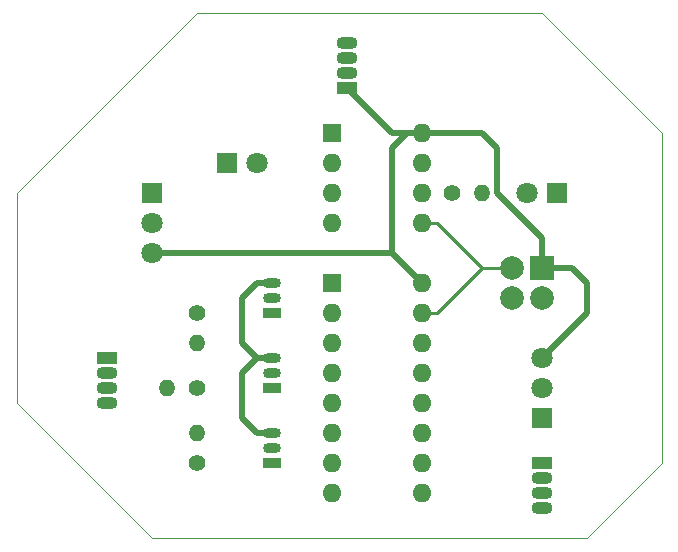
<source format=gbr>
%TF.GenerationSoftware,KiCad,Pcbnew,4.0.7-e2-6376~58~ubuntu16.04.1*%
%TF.CreationDate,2018-01-06T23:49:33+01:00*%
%TF.ProjectId,Receiver_module,52656365697665725F6D6F64756C652E,rev?*%
%TF.FileFunction,Copper,L1,Top,Signal*%
%FSLAX46Y46*%
G04 Gerber Fmt 4.6, Leading zero omitted, Abs format (unit mm)*
G04 Created by KiCad (PCBNEW 4.0.7-e2-6376~58~ubuntu16.04.1) date Sat Jan  6 23:49:33 2018*
%MOMM*%
%LPD*%
G01*
G04 APERTURE LIST*
%ADD10C,0.100000*%
%ADD11R,1.600000X1.600000*%
%ADD12O,1.600000X1.600000*%
%ADD13R,1.800000X1.800000*%
%ADD14C,1.800000*%
%ADD15R,1.800000X1.070000*%
%ADD16O,1.800000X1.070000*%
%ADD17R,2.000000X2.000000*%
%ADD18C,2.000000*%
%ADD19C,1.400000*%
%ADD20O,1.400000X1.400000*%
%ADD21O,1.500000X0.900000*%
%ADD22R,1.500000X0.900000*%
%ADD23C,0.600000*%
%ADD24C,0.250000*%
%ADD25C,0.500000*%
G04 APERTURE END LIST*
D10*
X130810000Y-121920000D02*
X130810000Y-119380000D01*
X124460000Y-128270000D02*
X130810000Y-121920000D01*
X121920000Y-128270000D02*
X124460000Y-128270000D01*
X76200000Y-116840000D02*
X76200000Y-99060000D01*
X87630000Y-128270000D02*
X76200000Y-116840000D01*
X90170000Y-128270000D02*
X87630000Y-128270000D01*
X121920000Y-128270000D02*
X90170000Y-128270000D01*
X130810000Y-93980000D02*
X130810000Y-119380000D01*
X120650000Y-83820000D02*
X130810000Y-93980000D01*
X91440000Y-83820000D02*
X120650000Y-83820000D01*
X76200000Y-99060000D02*
X91440000Y-83820000D01*
D11*
X102870000Y-93980000D03*
D12*
X110490000Y-101600000D03*
X102870000Y-96520000D03*
X110490000Y-99060000D03*
X102870000Y-99060000D03*
X110490000Y-96520000D03*
X102870000Y-101600000D03*
X110490000Y-93980000D03*
D13*
X93980000Y-96520000D03*
D14*
X96520000Y-96520000D03*
D15*
X83820000Y-113030000D03*
D16*
X83820000Y-114300000D03*
X83820000Y-115570000D03*
X83820000Y-116840000D03*
D13*
X121920000Y-99060000D03*
D14*
X119380000Y-99060000D03*
D11*
X102870000Y-106680000D03*
D12*
X110490000Y-124460000D03*
X102870000Y-109220000D03*
X110490000Y-121920000D03*
X102870000Y-111760000D03*
X110490000Y-119380000D03*
X102870000Y-114300000D03*
X110490000Y-116840000D03*
X102870000Y-116840000D03*
X110490000Y-114300000D03*
X102870000Y-119380000D03*
X110490000Y-111760000D03*
X102870000Y-121920000D03*
X110490000Y-109220000D03*
X102870000Y-124460000D03*
X110490000Y-106680000D03*
D17*
X120650000Y-105410000D03*
D18*
X118110000Y-105410000D03*
X120650000Y-107950000D03*
X118110000Y-107950000D03*
D19*
X91440000Y-109220000D03*
D20*
X91440000Y-111760000D03*
D19*
X91440000Y-115570000D03*
D20*
X88900000Y-115570000D03*
D19*
X91440000Y-121920000D03*
D20*
X91440000Y-119380000D03*
D21*
X97790000Y-107950000D03*
X97790000Y-106680000D03*
D22*
X97790000Y-109220000D03*
D21*
X97790000Y-114300000D03*
X97790000Y-113030000D03*
D22*
X97790000Y-115570000D03*
D21*
X97790000Y-120650000D03*
X97790000Y-119380000D03*
D22*
X97790000Y-121920000D03*
D13*
X87630000Y-99060000D03*
D14*
X87630000Y-101600000D03*
X87630000Y-104140000D03*
D19*
X113030000Y-99060000D03*
D20*
X115570000Y-99060000D03*
D13*
X120650000Y-118110000D03*
D14*
X120650000Y-115570000D03*
X120650000Y-113030000D03*
D15*
X120650000Y-121920000D03*
D16*
X120650000Y-123190000D03*
X120650000Y-124460000D03*
X120650000Y-125730000D03*
D15*
X104140000Y-90170000D03*
D16*
X104140000Y-88900000D03*
X104140000Y-87630000D03*
X104140000Y-86360000D03*
D23*
X120650000Y-124460000D03*
D24*
X115570000Y-105410000D02*
X111760000Y-101600000D01*
X111760000Y-101600000D02*
X110490000Y-101600000D01*
X110490000Y-109220000D02*
X111760000Y-109220000D01*
X115570000Y-105410000D02*
X118110000Y-105410000D01*
X111760000Y-109220000D02*
X115570000Y-105410000D01*
D25*
X96520000Y-113030000D02*
X95250000Y-111760000D01*
X96520000Y-106680000D02*
X97790000Y-106680000D01*
X95250000Y-107950000D02*
X96520000Y-106680000D01*
X95250000Y-111760000D02*
X95250000Y-107950000D01*
X97790000Y-119380000D02*
X96520000Y-119380000D01*
X96520000Y-113030000D02*
X97790000Y-113030000D01*
X95250000Y-114300000D02*
X96520000Y-113030000D01*
X95250000Y-118110000D02*
X95250000Y-114300000D01*
X96520000Y-119380000D02*
X95250000Y-118110000D01*
X120650000Y-105410000D02*
X123190000Y-105410000D01*
X124460000Y-109220000D02*
X120650000Y-113030000D01*
X124460000Y-106680000D02*
X124460000Y-109220000D01*
X123190000Y-105410000D02*
X124460000Y-106680000D01*
X107950000Y-104140000D02*
X87630000Y-104140000D01*
X109220000Y-93980000D02*
X107950000Y-93980000D01*
X107950000Y-93980000D02*
X104140000Y-90170000D01*
X120650000Y-105410000D02*
X120650000Y-102870000D01*
X115570000Y-93980000D02*
X110490000Y-93980000D01*
X116840000Y-95250000D02*
X115570000Y-93980000D01*
X116840000Y-99060000D02*
X116840000Y-95250000D01*
X120650000Y-102870000D02*
X116840000Y-99060000D01*
X110490000Y-106680000D02*
X107950000Y-104140000D01*
X109220000Y-93980000D02*
X110490000Y-93980000D01*
X107950000Y-95250000D02*
X109220000Y-93980000D01*
X107950000Y-104140000D02*
X107950000Y-95250000D01*
M02*

</source>
